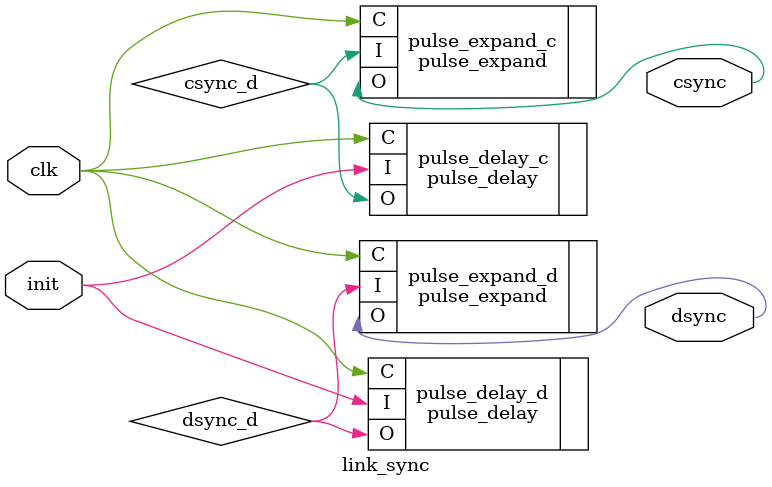
<source format=v>
`timescale 1ns / 1ps

module link_sync #(
	parameter CSYNC_DELAY = 10,
	parameter DSYNC_DELAY = 10,
	parameter CSYNC_WIDTH = 10,
	parameter DSYNC_WIDTH = 10
)
(
	input wire clk,
	input wire init,
	output wire csync,
	output wire dsync
);

wire csync_d;
wire dsync_d;

pulse_delay # (
	.PULSE_DELAY(CSYNC_DELAY)
) pulse_delay_c (
	.C(clk),
	.I(init),
	.O(csync_d)
);

pulse_delay # (
	.PULSE_DELAY(DSYNC_DELAY)
) pulse_delay_d (
	.C(clk),
	.I(init),
	.O(dsync_d)
);

pulse_expand # (
	.PULSE_WIDTH(CSYNC_WIDTH)
) pulse_expand_c (
	.C(clk),
	.I(csync_d),
	.O(csync)
);

pulse_expand # (
	.PULSE_WIDTH(DSYNC_WIDTH)
) pulse_expand_d (
	.C(clk),
	.I(dsync_d),
	.O(dsync)
);

endmodule

</source>
